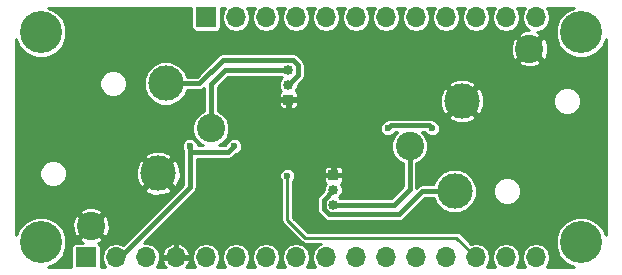
<source format=gbr>
G04 #@! TF.FileFunction,Copper,L1,Top,Signal*
%FSLAX46Y46*%
G04 Gerber Fmt 4.6, Leading zero omitted, Abs format (unit mm)*
G04 Created by KiCad (PCBNEW 4.0.7) date Wed Jun 13 11:36:42 2018*
%MOMM*%
%LPD*%
G01*
G04 APERTURE LIST*
%ADD10C,0.100000*%
%ADD11R,1.700000X1.700000*%
%ADD12O,1.700000X1.700000*%
%ADD13R,0.850000X0.850000*%
%ADD14C,0.850000*%
%ADD15C,3.556000*%
%ADD16C,3.000000*%
%ADD17C,2.400000*%
%ADD18C,0.600000*%
%ADD19C,0.400000*%
%ADD20C,0.250000*%
G04 APERTURE END LIST*
D10*
D11*
X6350000Y1270000D03*
D12*
X8890000Y1270000D03*
X11430000Y1270000D03*
X13970000Y1270000D03*
X16510000Y1270000D03*
X19050000Y1270000D03*
X21590000Y1270000D03*
X24130000Y1270000D03*
X26670000Y1270000D03*
X29210000Y1270000D03*
X31750000Y1270000D03*
X34290000Y1270000D03*
X36830000Y1270000D03*
X39370000Y1270000D03*
X41910000Y1270000D03*
X44450000Y1270000D03*
D11*
X16510000Y21590000D03*
D12*
X19050000Y21590000D03*
X21590000Y21590000D03*
X24130000Y21590000D03*
X26670000Y21590000D03*
X29210000Y21590000D03*
X31750000Y21590000D03*
X34290000Y21590000D03*
X36830000Y21590000D03*
X39370000Y21590000D03*
X41910000Y21590000D03*
X44450000Y21590000D03*
D13*
X23495000Y14625000D03*
D14*
X23495000Y15875000D03*
X23495000Y17125000D03*
D13*
X27305000Y8235000D03*
D14*
X27305000Y6985000D03*
X27305000Y5735000D03*
D15*
X2540000Y20320000D03*
X48260000Y20320000D03*
X2540000Y2540000D03*
X48260000Y2540000D03*
D16*
X38200000Y14490000D03*
X37565000Y6870000D03*
D17*
X33755000Y10680000D03*
X43900000Y18930000D03*
D16*
X12475000Y8370000D03*
X13110000Y15990000D03*
D17*
X16920000Y12180000D03*
X6775000Y3930000D03*
D18*
X36650000Y8930000D03*
X14150000Y13680000D03*
X14650000Y4430000D03*
X35900000Y18930000D03*
X31900000Y12180000D03*
X18900000Y10680000D03*
X15150000Y10680000D03*
X35650000Y12180000D03*
X23400000Y8180000D03*
D19*
X31900000Y12180000D02*
X32150000Y12430000D01*
X32150000Y12430000D02*
X35400000Y12430000D01*
X35400000Y12430000D02*
X35650000Y12180000D01*
X15150000Y10680000D02*
X15150000Y10255736D01*
X15150000Y10255736D02*
X15225736Y10180000D01*
X15225736Y10180000D02*
X18400000Y10180000D01*
X18400000Y10180000D02*
X18900000Y10680000D01*
X8890000Y1270000D02*
X9240000Y1270000D01*
X9240000Y1270000D02*
X15150000Y7180000D01*
X15150000Y7180000D02*
X15150000Y10680000D01*
X16920000Y15950000D02*
X16920000Y12180000D01*
X16920000Y15950000D02*
X18095000Y17125000D01*
X18095000Y17125000D02*
X23495000Y17125000D01*
D20*
X23400000Y4430000D02*
X23400000Y8180000D01*
X24900000Y2930000D02*
X23400000Y4430000D01*
X37710000Y2930000D02*
X24900000Y2930000D01*
X39370000Y1270000D02*
X37710000Y2930000D01*
D19*
X33755000Y10680000D02*
X33755000Y7035000D01*
X33755000Y7035000D02*
X32455000Y5735000D01*
X32455000Y5735000D02*
X27305000Y5735000D01*
X23495000Y15875000D02*
X24320001Y16700001D01*
X24320001Y16700001D02*
X24320001Y17521001D01*
X24320001Y17521001D02*
X23891001Y17950001D01*
X23891001Y17950001D02*
X17920001Y17950001D01*
X17920001Y17950001D02*
X15960000Y15990000D01*
X15960000Y15990000D02*
X13110000Y15990000D01*
X37565000Y6870000D02*
X34840000Y6870000D01*
X34840000Y6870000D02*
X32879999Y4909999D01*
X32879999Y4909999D02*
X26908999Y4909999D01*
X26908999Y4909999D02*
X26479999Y5338999D01*
X26479999Y5338999D02*
X26479999Y6159999D01*
X26479999Y6159999D02*
X27305000Y6985000D01*
D20*
G36*
X15277654Y20740000D02*
X15303802Y20601034D01*
X15385931Y20473401D01*
X15511246Y20387777D01*
X15660000Y20357654D01*
X17360000Y20357654D01*
X17498966Y20383802D01*
X17626599Y20465931D01*
X17712223Y20591246D01*
X17742346Y20740000D01*
X17742346Y22410000D01*
X18136885Y22410000D01*
X17918248Y22082786D01*
X17825000Y21613999D01*
X17825000Y21566001D01*
X17918248Y21097214D01*
X18183794Y20699795D01*
X18581213Y20434249D01*
X19050000Y20341001D01*
X19518787Y20434249D01*
X19916206Y20699795D01*
X20181752Y21097214D01*
X20275000Y21566001D01*
X20275000Y21613999D01*
X20181752Y22082786D01*
X19963115Y22410000D01*
X20676885Y22410000D01*
X20458248Y22082786D01*
X20365000Y21613999D01*
X20365000Y21566001D01*
X20458248Y21097214D01*
X20723794Y20699795D01*
X21121213Y20434249D01*
X21590000Y20341001D01*
X22058787Y20434249D01*
X22456206Y20699795D01*
X22721752Y21097214D01*
X22815000Y21566001D01*
X22815000Y21613999D01*
X22721752Y22082786D01*
X22503115Y22410000D01*
X23216885Y22410000D01*
X22998248Y22082786D01*
X22905000Y21613999D01*
X22905000Y21566001D01*
X22998248Y21097214D01*
X23263794Y20699795D01*
X23661213Y20434249D01*
X24130000Y20341001D01*
X24598787Y20434249D01*
X24996206Y20699795D01*
X25261752Y21097214D01*
X25355000Y21566001D01*
X25355000Y21613999D01*
X25261752Y22082786D01*
X25043115Y22410000D01*
X25756885Y22410000D01*
X25538248Y22082786D01*
X25445000Y21613999D01*
X25445000Y21566001D01*
X25538248Y21097214D01*
X25803794Y20699795D01*
X26201213Y20434249D01*
X26670000Y20341001D01*
X27138787Y20434249D01*
X27536206Y20699795D01*
X27801752Y21097214D01*
X27895000Y21566001D01*
X27895000Y21613999D01*
X27801752Y22082786D01*
X27583115Y22410000D01*
X28296885Y22410000D01*
X28078248Y22082786D01*
X27985000Y21613999D01*
X27985000Y21566001D01*
X28078248Y21097214D01*
X28343794Y20699795D01*
X28741213Y20434249D01*
X29210000Y20341001D01*
X29678787Y20434249D01*
X30076206Y20699795D01*
X30341752Y21097214D01*
X30435000Y21566001D01*
X30435000Y21613999D01*
X30341752Y22082786D01*
X30123115Y22410000D01*
X30836885Y22410000D01*
X30618248Y22082786D01*
X30525000Y21613999D01*
X30525000Y21566001D01*
X30618248Y21097214D01*
X30883794Y20699795D01*
X31281213Y20434249D01*
X31750000Y20341001D01*
X32218787Y20434249D01*
X32616206Y20699795D01*
X32881752Y21097214D01*
X32975000Y21566001D01*
X32975000Y21613999D01*
X32881752Y22082786D01*
X32663115Y22410000D01*
X33376885Y22410000D01*
X33158248Y22082786D01*
X33065000Y21613999D01*
X33065000Y21566001D01*
X33158248Y21097214D01*
X33423794Y20699795D01*
X33821213Y20434249D01*
X34290000Y20341001D01*
X34758787Y20434249D01*
X35156206Y20699795D01*
X35421752Y21097214D01*
X35515000Y21566001D01*
X35515000Y21613999D01*
X35421752Y22082786D01*
X35203115Y22410000D01*
X35916885Y22410000D01*
X35698248Y22082786D01*
X35605000Y21613999D01*
X35605000Y21566001D01*
X35698248Y21097214D01*
X35963794Y20699795D01*
X36361213Y20434249D01*
X36830000Y20341001D01*
X37298787Y20434249D01*
X37696206Y20699795D01*
X37961752Y21097214D01*
X38055000Y21566001D01*
X38055000Y21613999D01*
X37961752Y22082786D01*
X37743115Y22410000D01*
X38456885Y22410000D01*
X38238248Y22082786D01*
X38145000Y21613999D01*
X38145000Y21566001D01*
X38238248Y21097214D01*
X38503794Y20699795D01*
X38901213Y20434249D01*
X39370000Y20341001D01*
X39838787Y20434249D01*
X40236206Y20699795D01*
X40501752Y21097214D01*
X40595000Y21566001D01*
X40595000Y21613999D01*
X40501752Y22082786D01*
X40283115Y22410000D01*
X40996885Y22410000D01*
X40778248Y22082786D01*
X40685000Y21613999D01*
X40685000Y21566001D01*
X40778248Y21097214D01*
X41043794Y20699795D01*
X41441213Y20434249D01*
X41910000Y20341001D01*
X42378787Y20434249D01*
X42776206Y20699795D01*
X43041752Y21097214D01*
X43135000Y21566001D01*
X43135000Y21613999D01*
X43041752Y22082786D01*
X42823115Y22410000D01*
X43536885Y22410000D01*
X43318248Y22082786D01*
X43225000Y21613999D01*
X43225000Y21566001D01*
X43318248Y21097214D01*
X43583794Y20699795D01*
X43875010Y20505211D01*
X43526090Y20491720D01*
X43060092Y20298696D01*
X42922827Y20083949D01*
X43900000Y19106777D01*
X44877173Y20083949D01*
X44739908Y20298696D01*
X44564068Y20363691D01*
X44918787Y20434249D01*
X45316206Y20699795D01*
X45581752Y21097214D01*
X45675000Y21566001D01*
X45675000Y21613999D01*
X45581752Y22082786D01*
X45363115Y22410000D01*
X47680247Y22410000D01*
X47042017Y22146289D01*
X46435840Y21541169D01*
X46107374Y20750137D01*
X46106627Y19893621D01*
X46433711Y19102017D01*
X47038831Y18495840D01*
X47829863Y18167374D01*
X48686379Y18166627D01*
X49477983Y18493711D01*
X50084160Y19098831D01*
X50350000Y19739043D01*
X50350000Y3119753D01*
X50086289Y3757983D01*
X49481169Y4364160D01*
X48690137Y4692626D01*
X47833621Y4693373D01*
X47042017Y4366289D01*
X46435840Y3761169D01*
X46107374Y2970137D01*
X46106627Y2113621D01*
X46433711Y1322017D01*
X47038831Y715840D01*
X47679043Y450000D01*
X45363115Y450000D01*
X45581752Y777214D01*
X45675000Y1246001D01*
X45675000Y1293999D01*
X45581752Y1762786D01*
X45316206Y2160205D01*
X44918787Y2425751D01*
X44450000Y2518999D01*
X43981213Y2425751D01*
X43583794Y2160205D01*
X43318248Y1762786D01*
X43225000Y1293999D01*
X43225000Y1246001D01*
X43318248Y777214D01*
X43536885Y450000D01*
X42823115Y450000D01*
X43041752Y777214D01*
X43135000Y1246001D01*
X43135000Y1293999D01*
X43041752Y1762786D01*
X42776206Y2160205D01*
X42378787Y2425751D01*
X41910000Y2518999D01*
X41441213Y2425751D01*
X41043794Y2160205D01*
X40778248Y1762786D01*
X40685000Y1293999D01*
X40685000Y1246001D01*
X40778248Y777214D01*
X40996885Y450000D01*
X40283115Y450000D01*
X40501752Y777214D01*
X40595000Y1246001D01*
X40595000Y1293999D01*
X40501752Y1762786D01*
X40236206Y2160205D01*
X39838787Y2425751D01*
X39370000Y2518999D01*
X38918014Y2429093D01*
X38063553Y3283553D01*
X37901342Y3391940D01*
X37710000Y3430000D01*
X25107107Y3430000D01*
X23900000Y4637106D01*
X23900000Y6159999D01*
X25904999Y6159999D01*
X25904999Y5338999D01*
X25931898Y5203769D01*
X25948768Y5118956D01*
X26073413Y4932413D01*
X26502413Y4503412D01*
X26688956Y4378768D01*
X26908999Y4334999D01*
X32879999Y4334999D01*
X33100042Y4378768D01*
X33286585Y4503413D01*
X35078172Y6295000D01*
X35773833Y6295000D01*
X35974526Y5809286D01*
X36501511Y5281380D01*
X37190403Y4995327D01*
X37936324Y4994676D01*
X38625714Y5279526D01*
X39153620Y5806511D01*
X39439673Y6495403D01*
X39439796Y6637303D01*
X40834796Y6637303D01*
X41013302Y6205285D01*
X41343547Y5874464D01*
X41775253Y5695204D01*
X42242697Y5694796D01*
X42674715Y5873302D01*
X43005536Y6203547D01*
X43184796Y6635253D01*
X43185204Y7102697D01*
X43006698Y7534715D01*
X42676453Y7865536D01*
X42244747Y8044796D01*
X41777303Y8045204D01*
X41345285Y7866698D01*
X41014464Y7536453D01*
X40835204Y7104747D01*
X40834796Y6637303D01*
X39439796Y6637303D01*
X39440324Y7241324D01*
X39155474Y7930714D01*
X38628489Y8458620D01*
X37939597Y8744673D01*
X37193676Y8745324D01*
X36504286Y8460474D01*
X35976380Y7933489D01*
X35773542Y7445000D01*
X34840000Y7445000D01*
X34619957Y7401231D01*
X34433414Y7276586D01*
X34330000Y7173172D01*
X34330000Y9213433D01*
X34646000Y9344001D01*
X35089441Y9786669D01*
X35329726Y10365339D01*
X35330273Y10991912D01*
X35090999Y11571000D01*
X34807494Y11855000D01*
X35053936Y11855000D01*
X35077429Y11798143D01*
X35267144Y11608097D01*
X35515145Y11505117D01*
X35783677Y11504883D01*
X36031857Y11607429D01*
X36221903Y11797144D01*
X36324883Y12045145D01*
X36325117Y12313677D01*
X36222571Y12561857D01*
X36032856Y12751903D01*
X35784855Y12854883D01*
X35779195Y12854888D01*
X35620043Y12961231D01*
X35400000Y13005000D01*
X32150000Y13005000D01*
X31929957Y12961231D01*
X31771140Y12855113D01*
X31766323Y12855117D01*
X31518143Y12752571D01*
X31328097Y12562856D01*
X31225117Y12314855D01*
X31224883Y12046323D01*
X31327429Y11798143D01*
X31517144Y11608097D01*
X31765145Y11505117D01*
X32033677Y11504883D01*
X32281857Y11607429D01*
X32471903Y11797144D01*
X32495927Y11855000D01*
X32702720Y11855000D01*
X32420559Y11573331D01*
X32180274Y10994661D01*
X32179727Y10368088D01*
X32419001Y9789000D01*
X32861669Y9345559D01*
X33180000Y9213376D01*
X33180000Y7273173D01*
X32216828Y6310000D01*
X27861388Y6310000D01*
X27811372Y6360103D01*
X27982812Y6531245D01*
X28104861Y6825172D01*
X28105139Y7143432D01*
X27983603Y7437572D01*
X27933053Y7488210D01*
X27942421Y7492090D01*
X28047910Y7597580D01*
X28105000Y7735408D01*
X28105000Y8016250D01*
X28011250Y8110000D01*
X27430000Y8110000D01*
X27430000Y8090000D01*
X27180000Y8090000D01*
X27180000Y8110000D01*
X26598750Y8110000D01*
X26505000Y8016250D01*
X26505000Y7735408D01*
X26562090Y7597580D01*
X26667579Y7492090D01*
X26676793Y7488274D01*
X26627188Y7438755D01*
X26505139Y7144828D01*
X26505011Y6998183D01*
X26073413Y6566585D01*
X25948768Y6380042D01*
X25904999Y6159999D01*
X23900000Y6159999D01*
X23900000Y7725366D01*
X23971903Y7797144D01*
X24074883Y8045145D01*
X24075117Y8313677D01*
X23972571Y8561857D01*
X23800137Y8734592D01*
X26505000Y8734592D01*
X26505000Y8453750D01*
X26598750Y8360000D01*
X27180000Y8360000D01*
X27180000Y8941250D01*
X27430000Y8941250D01*
X27430000Y8360000D01*
X28011250Y8360000D01*
X28105000Y8453750D01*
X28105000Y8734592D01*
X28047910Y8872420D01*
X27942421Y8977910D01*
X27804592Y9035000D01*
X27523750Y9035000D01*
X27430000Y8941250D01*
X27180000Y8941250D01*
X27086250Y9035000D01*
X26805408Y9035000D01*
X26667579Y8977910D01*
X26562090Y8872420D01*
X26505000Y8734592D01*
X23800137Y8734592D01*
X23782856Y8751903D01*
X23534855Y8854883D01*
X23266323Y8855117D01*
X23018143Y8752571D01*
X22828097Y8562856D01*
X22725117Y8314855D01*
X22724883Y8046323D01*
X22827429Y7798143D01*
X22900000Y7725445D01*
X22900000Y4430000D01*
X22918897Y4335000D01*
X22938060Y4238658D01*
X23046447Y4076447D01*
X24546446Y2576447D01*
X24600993Y2540000D01*
X24708658Y2468060D01*
X24900000Y2430000D01*
X26222574Y2430000D01*
X26201213Y2425751D01*
X25803794Y2160205D01*
X25538248Y1762786D01*
X25445000Y1293999D01*
X25445000Y1246001D01*
X25538248Y777214D01*
X25756885Y450000D01*
X25043115Y450000D01*
X25261752Y777214D01*
X25355000Y1246001D01*
X25355000Y1293999D01*
X25261752Y1762786D01*
X24996206Y2160205D01*
X24598787Y2425751D01*
X24130000Y2518999D01*
X23661213Y2425751D01*
X23263794Y2160205D01*
X22998248Y1762786D01*
X22905000Y1293999D01*
X22905000Y1246001D01*
X22998248Y777214D01*
X23216885Y450000D01*
X22503115Y450000D01*
X22721752Y777214D01*
X22815000Y1246001D01*
X22815000Y1293999D01*
X22721752Y1762786D01*
X22456206Y2160205D01*
X22058787Y2425751D01*
X21590000Y2518999D01*
X21121213Y2425751D01*
X20723794Y2160205D01*
X20458248Y1762786D01*
X20365000Y1293999D01*
X20365000Y1246001D01*
X20458248Y777214D01*
X20676885Y450000D01*
X19963115Y450000D01*
X20181752Y777214D01*
X20275000Y1246001D01*
X20275000Y1293999D01*
X20181752Y1762786D01*
X19916206Y2160205D01*
X19518787Y2425751D01*
X19050000Y2518999D01*
X18581213Y2425751D01*
X18183794Y2160205D01*
X17918248Y1762786D01*
X17825000Y1293999D01*
X17825000Y1246001D01*
X17918248Y777214D01*
X18136885Y450000D01*
X17423115Y450000D01*
X17641752Y777214D01*
X17735000Y1246001D01*
X17735000Y1293999D01*
X17641752Y1762786D01*
X17376206Y2160205D01*
X16978787Y2425751D01*
X16510000Y2518999D01*
X16041213Y2425751D01*
X15643794Y2160205D01*
X15378248Y1762786D01*
X15285000Y1293999D01*
X15285000Y1246001D01*
X15378248Y777214D01*
X15596885Y450000D01*
X14856716Y450000D01*
X14943729Y526694D01*
X15154059Y955905D01*
X15094867Y1145000D01*
X14095000Y1145000D01*
X14095000Y1125000D01*
X13845000Y1125000D01*
X13845000Y1145000D01*
X12845133Y1145000D01*
X12785941Y955905D01*
X12996271Y526694D01*
X13083284Y450000D01*
X12343115Y450000D01*
X12561752Y777214D01*
X12655000Y1246001D01*
X12655000Y1293999D01*
X12597297Y1584095D01*
X12785941Y1584095D01*
X12845133Y1395000D01*
X13845000Y1395000D01*
X13845000Y2394323D01*
X14095000Y2394323D01*
X14095000Y1395000D01*
X15094867Y1395000D01*
X15154059Y1584095D01*
X14943729Y2013306D01*
X14585157Y2329355D01*
X14284093Y2454049D01*
X14095000Y2394323D01*
X13845000Y2394323D01*
X13655907Y2454049D01*
X13354843Y2329355D01*
X12996271Y2013306D01*
X12785941Y1584095D01*
X12597297Y1584095D01*
X12561752Y1762786D01*
X12296206Y2160205D01*
X11898787Y2425751D01*
X11430000Y2518999D01*
X11270431Y2487259D01*
X15556586Y6773413D01*
X15681231Y6959957D01*
X15696158Y7035000D01*
X15725000Y7180000D01*
X15725000Y9605000D01*
X18400000Y9605000D01*
X18620043Y9648769D01*
X18806586Y9773414D01*
X19041139Y10007966D01*
X19281857Y10107429D01*
X19471903Y10297144D01*
X19574883Y10545145D01*
X19575117Y10813677D01*
X19472571Y11061857D01*
X19282856Y11251903D01*
X19034855Y11354883D01*
X18766323Y11355117D01*
X18518143Y11252571D01*
X18328097Y11062856D01*
X18227556Y10820728D01*
X18161828Y10755000D01*
X17595601Y10755000D01*
X17811000Y10844001D01*
X18254441Y11286669D01*
X18494726Y11865339D01*
X18495273Y12491912D01*
X18255999Y13071000D01*
X18207937Y13119146D01*
X37005922Y13119146D01*
X37179844Y12873212D01*
X37876217Y12605886D01*
X38621882Y12625400D01*
X39220156Y12873212D01*
X39394078Y13119146D01*
X38200000Y14313223D01*
X37005922Y13119146D01*
X18207937Y13119146D01*
X17813331Y13514441D01*
X17495000Y13646624D01*
X17495000Y14406250D01*
X22695000Y14406250D01*
X22695000Y14125408D01*
X22752090Y13987580D01*
X22857579Y13882090D01*
X22995408Y13825000D01*
X23276250Y13825000D01*
X23370000Y13918750D01*
X23370000Y14500000D01*
X23620000Y14500000D01*
X23620000Y13918750D01*
X23713750Y13825000D01*
X23994592Y13825000D01*
X24132421Y13882090D01*
X24237910Y13987580D01*
X24295000Y14125408D01*
X24295000Y14406250D01*
X24201250Y14500000D01*
X23620000Y14500000D01*
X23370000Y14500000D01*
X22788750Y14500000D01*
X22695000Y14406250D01*
X17495000Y14406250D01*
X17495000Y15711828D01*
X18333172Y16550000D01*
X22938612Y16550000D01*
X22988628Y16499897D01*
X22817188Y16328755D01*
X22695139Y16034828D01*
X22694861Y15716568D01*
X22816397Y15422428D01*
X22866947Y15371790D01*
X22857579Y15367910D01*
X22752090Y15262420D01*
X22695000Y15124592D01*
X22695000Y14843750D01*
X22788750Y14750000D01*
X23370000Y14750000D01*
X23370000Y14770000D01*
X23620000Y14770000D01*
X23620000Y14750000D01*
X24201250Y14750000D01*
X24265033Y14813783D01*
X36315886Y14813783D01*
X36335400Y14068118D01*
X36583212Y13469844D01*
X36829146Y13295922D01*
X38023223Y14490000D01*
X38376777Y14490000D01*
X39570854Y13295922D01*
X39816788Y13469844D01*
X40084114Y14166217D01*
X40081731Y14257303D01*
X45914796Y14257303D01*
X46093302Y13825285D01*
X46423547Y13494464D01*
X46855253Y13315204D01*
X47322697Y13314796D01*
X47754715Y13493302D01*
X48085536Y13823547D01*
X48264796Y14255253D01*
X48265204Y14722697D01*
X48086698Y15154715D01*
X47756453Y15485536D01*
X47324747Y15664796D01*
X46857303Y15665204D01*
X46425285Y15486698D01*
X46094464Y15156453D01*
X45915204Y14724747D01*
X45914796Y14257303D01*
X40081731Y14257303D01*
X40064600Y14911882D01*
X39816788Y15510156D01*
X39570854Y15684078D01*
X38376777Y14490000D01*
X38023223Y14490000D01*
X36829146Y15684078D01*
X36583212Y15510156D01*
X36315886Y14813783D01*
X24265033Y14813783D01*
X24295000Y14843750D01*
X24295000Y15124592D01*
X24237910Y15262420D01*
X24132421Y15367910D01*
X24123207Y15371726D01*
X24172812Y15421245D01*
X24294861Y15715172D01*
X24294988Y15860854D01*
X37005922Y15860854D01*
X38200000Y14666777D01*
X39394078Y15860854D01*
X39220156Y16106788D01*
X38523783Y16374114D01*
X37778118Y16354600D01*
X37179844Y16106788D01*
X37005922Y15860854D01*
X24294988Y15860854D01*
X24294989Y15861817D01*
X24726588Y16293415D01*
X24851232Y16479958D01*
X24895001Y16700001D01*
X24895001Y17521001D01*
X24851232Y17741044D01*
X24827841Y17776051D01*
X42922827Y17776051D01*
X43060092Y17561304D01*
X43647804Y17344071D01*
X44273910Y17368280D01*
X44739908Y17561304D01*
X44877173Y17776051D01*
X43900000Y18753223D01*
X42922827Y17776051D01*
X24827841Y17776051D01*
X24809431Y17803603D01*
X24726588Y17927587D01*
X24297587Y18356587D01*
X24111044Y18481232D01*
X23891001Y18525001D01*
X17920001Y18525001D01*
X17699958Y18481232D01*
X17513415Y18356587D01*
X15721828Y16565000D01*
X14901167Y16565000D01*
X14700474Y17050714D01*
X14173489Y17578620D01*
X13484597Y17864673D01*
X12738676Y17865324D01*
X12049286Y17580474D01*
X11521380Y17053489D01*
X11235327Y16364597D01*
X11234676Y15618676D01*
X11519526Y14929286D01*
X12046511Y14401380D01*
X12735403Y14115327D01*
X13481324Y14114676D01*
X14170714Y14399526D01*
X14698620Y14926511D01*
X14901458Y15415000D01*
X15960000Y15415000D01*
X16180043Y15458769D01*
X16345000Y15568991D01*
X16345000Y13646567D01*
X16029000Y13515999D01*
X15585559Y13073331D01*
X15345274Y12494661D01*
X15344727Y11868088D01*
X15584001Y11289000D01*
X16026669Y10845559D01*
X16244759Y10755000D01*
X15825066Y10755000D01*
X15825117Y10813677D01*
X15722571Y11061857D01*
X15532856Y11251903D01*
X15284855Y11354883D01*
X15016323Y11355117D01*
X14768143Y11252571D01*
X14578097Y11062856D01*
X14475117Y10814855D01*
X14474883Y10546323D01*
X14575000Y10304022D01*
X14575000Y7418173D01*
X9492941Y2336113D01*
X9358787Y2425751D01*
X8890000Y2518999D01*
X8421213Y2425751D01*
X8023794Y2160205D01*
X7758248Y1762786D01*
X7665000Y1293999D01*
X7665000Y1246001D01*
X7758248Y777214D01*
X7976885Y450000D01*
X7582346Y450000D01*
X7582346Y2120000D01*
X7556198Y2258966D01*
X7474069Y2386599D01*
X7368038Y2459047D01*
X7614908Y2561304D01*
X7752173Y2776051D01*
X6775000Y3753223D01*
X5797827Y2776051D01*
X5935092Y2561304D01*
X6094600Y2502346D01*
X5500000Y2502346D01*
X5361034Y2476198D01*
X5233401Y2394069D01*
X5147777Y2268754D01*
X5117654Y2120000D01*
X5117654Y450000D01*
X3119753Y450000D01*
X3757983Y713711D01*
X4364160Y1318831D01*
X4692626Y2109863D01*
X4693373Y2966379D01*
X4366289Y3757983D01*
X3942816Y4182196D01*
X5189071Y4182196D01*
X5213280Y3556090D01*
X5406304Y3090092D01*
X5621051Y2952827D01*
X6598223Y3930000D01*
X6951777Y3930000D01*
X7928949Y2952827D01*
X8143696Y3090092D01*
X8360929Y3677804D01*
X8336720Y4303910D01*
X8143696Y4769908D01*
X7928949Y4907173D01*
X6951777Y3930000D01*
X6598223Y3930000D01*
X5621051Y4907173D01*
X5406304Y4769908D01*
X5189071Y4182196D01*
X3942816Y4182196D01*
X3761169Y4364160D01*
X2970137Y4692626D01*
X2113621Y4693373D01*
X1322017Y4366289D01*
X715840Y3761169D01*
X450000Y3120957D01*
X450000Y5083949D01*
X5797827Y5083949D01*
X6775000Y4106777D01*
X7752173Y5083949D01*
X7614908Y5298696D01*
X7027196Y5515929D01*
X6401090Y5491720D01*
X5935092Y5298696D01*
X5797827Y5083949D01*
X450000Y5083949D01*
X450000Y6999146D01*
X11280922Y6999146D01*
X11454844Y6753212D01*
X12151217Y6485886D01*
X12896882Y6505400D01*
X13495156Y6753212D01*
X13669078Y6999146D01*
X12475000Y8193223D01*
X11280922Y6999146D01*
X450000Y6999146D01*
X450000Y8137303D01*
X2409796Y8137303D01*
X2588302Y7705285D01*
X2918547Y7374464D01*
X3350253Y7195204D01*
X3817697Y7194796D01*
X4249715Y7373302D01*
X4580536Y7703547D01*
X4759796Y8135253D01*
X4760204Y8602697D01*
X4722569Y8693783D01*
X10590886Y8693783D01*
X10610400Y7948118D01*
X10858212Y7349844D01*
X11104146Y7175922D01*
X12298223Y8370000D01*
X12651777Y8370000D01*
X13845854Y7175922D01*
X14091788Y7349844D01*
X14359114Y8046217D01*
X14339600Y8791882D01*
X14091788Y9390156D01*
X13845854Y9564078D01*
X12651777Y8370000D01*
X12298223Y8370000D01*
X11104146Y9564078D01*
X10858212Y9390156D01*
X10590886Y8693783D01*
X4722569Y8693783D01*
X4581698Y9034715D01*
X4251453Y9365536D01*
X3819747Y9544796D01*
X3352303Y9545204D01*
X2920285Y9366698D01*
X2589464Y9036453D01*
X2410204Y8604747D01*
X2409796Y8137303D01*
X450000Y8137303D01*
X450000Y9740854D01*
X11280922Y9740854D01*
X12475000Y8546777D01*
X13669078Y9740854D01*
X13495156Y9986788D01*
X12798783Y10254114D01*
X12053118Y10234600D01*
X11454844Y9986788D01*
X11280922Y9740854D01*
X450000Y9740854D01*
X450000Y15757303D01*
X7489796Y15757303D01*
X7668302Y15325285D01*
X7998547Y14994464D01*
X8430253Y14815204D01*
X8897697Y14814796D01*
X9329715Y14993302D01*
X9660536Y15323547D01*
X9839796Y15755253D01*
X9840204Y16222697D01*
X9661698Y16654715D01*
X9331453Y16985536D01*
X8899747Y17164796D01*
X8432303Y17165204D01*
X8000285Y16986698D01*
X7669464Y16656453D01*
X7490204Y16224747D01*
X7489796Y15757303D01*
X450000Y15757303D01*
X450000Y19740247D01*
X713711Y19102017D01*
X1318831Y18495840D01*
X2109863Y18167374D01*
X2966379Y18166627D01*
X3757983Y18493711D01*
X4364160Y19098831D01*
X4398776Y19182196D01*
X42314071Y19182196D01*
X42338280Y18556090D01*
X42531304Y18090092D01*
X42746051Y17952827D01*
X43723223Y18930000D01*
X44076777Y18930000D01*
X45053949Y17952827D01*
X45268696Y18090092D01*
X45485929Y18677804D01*
X45461720Y19303910D01*
X45268696Y19769908D01*
X45053949Y19907173D01*
X44076777Y18930000D01*
X43723223Y18930000D01*
X42746051Y19907173D01*
X42531304Y19769908D01*
X42314071Y19182196D01*
X4398776Y19182196D01*
X4692626Y19889863D01*
X4693373Y20746379D01*
X4366289Y21537983D01*
X3761169Y22144160D01*
X3120957Y22410000D01*
X15277654Y22410000D01*
X15277654Y20740000D01*
X15277654Y20740000D01*
G37*
X15277654Y20740000D02*
X15303802Y20601034D01*
X15385931Y20473401D01*
X15511246Y20387777D01*
X15660000Y20357654D01*
X17360000Y20357654D01*
X17498966Y20383802D01*
X17626599Y20465931D01*
X17712223Y20591246D01*
X17742346Y20740000D01*
X17742346Y22410000D01*
X18136885Y22410000D01*
X17918248Y22082786D01*
X17825000Y21613999D01*
X17825000Y21566001D01*
X17918248Y21097214D01*
X18183794Y20699795D01*
X18581213Y20434249D01*
X19050000Y20341001D01*
X19518787Y20434249D01*
X19916206Y20699795D01*
X20181752Y21097214D01*
X20275000Y21566001D01*
X20275000Y21613999D01*
X20181752Y22082786D01*
X19963115Y22410000D01*
X20676885Y22410000D01*
X20458248Y22082786D01*
X20365000Y21613999D01*
X20365000Y21566001D01*
X20458248Y21097214D01*
X20723794Y20699795D01*
X21121213Y20434249D01*
X21590000Y20341001D01*
X22058787Y20434249D01*
X22456206Y20699795D01*
X22721752Y21097214D01*
X22815000Y21566001D01*
X22815000Y21613999D01*
X22721752Y22082786D01*
X22503115Y22410000D01*
X23216885Y22410000D01*
X22998248Y22082786D01*
X22905000Y21613999D01*
X22905000Y21566001D01*
X22998248Y21097214D01*
X23263794Y20699795D01*
X23661213Y20434249D01*
X24130000Y20341001D01*
X24598787Y20434249D01*
X24996206Y20699795D01*
X25261752Y21097214D01*
X25355000Y21566001D01*
X25355000Y21613999D01*
X25261752Y22082786D01*
X25043115Y22410000D01*
X25756885Y22410000D01*
X25538248Y22082786D01*
X25445000Y21613999D01*
X25445000Y21566001D01*
X25538248Y21097214D01*
X25803794Y20699795D01*
X26201213Y20434249D01*
X26670000Y20341001D01*
X27138787Y20434249D01*
X27536206Y20699795D01*
X27801752Y21097214D01*
X27895000Y21566001D01*
X27895000Y21613999D01*
X27801752Y22082786D01*
X27583115Y22410000D01*
X28296885Y22410000D01*
X28078248Y22082786D01*
X27985000Y21613999D01*
X27985000Y21566001D01*
X28078248Y21097214D01*
X28343794Y20699795D01*
X28741213Y20434249D01*
X29210000Y20341001D01*
X29678787Y20434249D01*
X30076206Y20699795D01*
X30341752Y21097214D01*
X30435000Y21566001D01*
X30435000Y21613999D01*
X30341752Y22082786D01*
X30123115Y22410000D01*
X30836885Y22410000D01*
X30618248Y22082786D01*
X30525000Y21613999D01*
X30525000Y21566001D01*
X30618248Y21097214D01*
X30883794Y20699795D01*
X31281213Y20434249D01*
X31750000Y20341001D01*
X32218787Y20434249D01*
X32616206Y20699795D01*
X32881752Y21097214D01*
X32975000Y21566001D01*
X32975000Y21613999D01*
X32881752Y22082786D01*
X32663115Y22410000D01*
X33376885Y22410000D01*
X33158248Y22082786D01*
X33065000Y21613999D01*
X33065000Y21566001D01*
X33158248Y21097214D01*
X33423794Y20699795D01*
X33821213Y20434249D01*
X34290000Y20341001D01*
X34758787Y20434249D01*
X35156206Y20699795D01*
X35421752Y21097214D01*
X35515000Y21566001D01*
X35515000Y21613999D01*
X35421752Y22082786D01*
X35203115Y22410000D01*
X35916885Y22410000D01*
X35698248Y22082786D01*
X35605000Y21613999D01*
X35605000Y21566001D01*
X35698248Y21097214D01*
X35963794Y20699795D01*
X36361213Y20434249D01*
X36830000Y20341001D01*
X37298787Y20434249D01*
X37696206Y20699795D01*
X37961752Y21097214D01*
X38055000Y21566001D01*
X38055000Y21613999D01*
X37961752Y22082786D01*
X37743115Y22410000D01*
X38456885Y22410000D01*
X38238248Y22082786D01*
X38145000Y21613999D01*
X38145000Y21566001D01*
X38238248Y21097214D01*
X38503794Y20699795D01*
X38901213Y20434249D01*
X39370000Y20341001D01*
X39838787Y20434249D01*
X40236206Y20699795D01*
X40501752Y21097214D01*
X40595000Y21566001D01*
X40595000Y21613999D01*
X40501752Y22082786D01*
X40283115Y22410000D01*
X40996885Y22410000D01*
X40778248Y22082786D01*
X40685000Y21613999D01*
X40685000Y21566001D01*
X40778248Y21097214D01*
X41043794Y20699795D01*
X41441213Y20434249D01*
X41910000Y20341001D01*
X42378787Y20434249D01*
X42776206Y20699795D01*
X43041752Y21097214D01*
X43135000Y21566001D01*
X43135000Y21613999D01*
X43041752Y22082786D01*
X42823115Y22410000D01*
X43536885Y22410000D01*
X43318248Y22082786D01*
X43225000Y21613999D01*
X43225000Y21566001D01*
X43318248Y21097214D01*
X43583794Y20699795D01*
X43875010Y20505211D01*
X43526090Y20491720D01*
X43060092Y20298696D01*
X42922827Y20083949D01*
X43900000Y19106777D01*
X44877173Y20083949D01*
X44739908Y20298696D01*
X44564068Y20363691D01*
X44918787Y20434249D01*
X45316206Y20699795D01*
X45581752Y21097214D01*
X45675000Y21566001D01*
X45675000Y21613999D01*
X45581752Y22082786D01*
X45363115Y22410000D01*
X47680247Y22410000D01*
X47042017Y22146289D01*
X46435840Y21541169D01*
X46107374Y20750137D01*
X46106627Y19893621D01*
X46433711Y19102017D01*
X47038831Y18495840D01*
X47829863Y18167374D01*
X48686379Y18166627D01*
X49477983Y18493711D01*
X50084160Y19098831D01*
X50350000Y19739043D01*
X50350000Y3119753D01*
X50086289Y3757983D01*
X49481169Y4364160D01*
X48690137Y4692626D01*
X47833621Y4693373D01*
X47042017Y4366289D01*
X46435840Y3761169D01*
X46107374Y2970137D01*
X46106627Y2113621D01*
X46433711Y1322017D01*
X47038831Y715840D01*
X47679043Y450000D01*
X45363115Y450000D01*
X45581752Y777214D01*
X45675000Y1246001D01*
X45675000Y1293999D01*
X45581752Y1762786D01*
X45316206Y2160205D01*
X44918787Y2425751D01*
X44450000Y2518999D01*
X43981213Y2425751D01*
X43583794Y2160205D01*
X43318248Y1762786D01*
X43225000Y1293999D01*
X43225000Y1246001D01*
X43318248Y777214D01*
X43536885Y450000D01*
X42823115Y450000D01*
X43041752Y777214D01*
X43135000Y1246001D01*
X43135000Y1293999D01*
X43041752Y1762786D01*
X42776206Y2160205D01*
X42378787Y2425751D01*
X41910000Y2518999D01*
X41441213Y2425751D01*
X41043794Y2160205D01*
X40778248Y1762786D01*
X40685000Y1293999D01*
X40685000Y1246001D01*
X40778248Y777214D01*
X40996885Y450000D01*
X40283115Y450000D01*
X40501752Y777214D01*
X40595000Y1246001D01*
X40595000Y1293999D01*
X40501752Y1762786D01*
X40236206Y2160205D01*
X39838787Y2425751D01*
X39370000Y2518999D01*
X38918014Y2429093D01*
X38063553Y3283553D01*
X37901342Y3391940D01*
X37710000Y3430000D01*
X25107107Y3430000D01*
X23900000Y4637106D01*
X23900000Y6159999D01*
X25904999Y6159999D01*
X25904999Y5338999D01*
X25931898Y5203769D01*
X25948768Y5118956D01*
X26073413Y4932413D01*
X26502413Y4503412D01*
X26688956Y4378768D01*
X26908999Y4334999D01*
X32879999Y4334999D01*
X33100042Y4378768D01*
X33286585Y4503413D01*
X35078172Y6295000D01*
X35773833Y6295000D01*
X35974526Y5809286D01*
X36501511Y5281380D01*
X37190403Y4995327D01*
X37936324Y4994676D01*
X38625714Y5279526D01*
X39153620Y5806511D01*
X39439673Y6495403D01*
X39439796Y6637303D01*
X40834796Y6637303D01*
X41013302Y6205285D01*
X41343547Y5874464D01*
X41775253Y5695204D01*
X42242697Y5694796D01*
X42674715Y5873302D01*
X43005536Y6203547D01*
X43184796Y6635253D01*
X43185204Y7102697D01*
X43006698Y7534715D01*
X42676453Y7865536D01*
X42244747Y8044796D01*
X41777303Y8045204D01*
X41345285Y7866698D01*
X41014464Y7536453D01*
X40835204Y7104747D01*
X40834796Y6637303D01*
X39439796Y6637303D01*
X39440324Y7241324D01*
X39155474Y7930714D01*
X38628489Y8458620D01*
X37939597Y8744673D01*
X37193676Y8745324D01*
X36504286Y8460474D01*
X35976380Y7933489D01*
X35773542Y7445000D01*
X34840000Y7445000D01*
X34619957Y7401231D01*
X34433414Y7276586D01*
X34330000Y7173172D01*
X34330000Y9213433D01*
X34646000Y9344001D01*
X35089441Y9786669D01*
X35329726Y10365339D01*
X35330273Y10991912D01*
X35090999Y11571000D01*
X34807494Y11855000D01*
X35053936Y11855000D01*
X35077429Y11798143D01*
X35267144Y11608097D01*
X35515145Y11505117D01*
X35783677Y11504883D01*
X36031857Y11607429D01*
X36221903Y11797144D01*
X36324883Y12045145D01*
X36325117Y12313677D01*
X36222571Y12561857D01*
X36032856Y12751903D01*
X35784855Y12854883D01*
X35779195Y12854888D01*
X35620043Y12961231D01*
X35400000Y13005000D01*
X32150000Y13005000D01*
X31929957Y12961231D01*
X31771140Y12855113D01*
X31766323Y12855117D01*
X31518143Y12752571D01*
X31328097Y12562856D01*
X31225117Y12314855D01*
X31224883Y12046323D01*
X31327429Y11798143D01*
X31517144Y11608097D01*
X31765145Y11505117D01*
X32033677Y11504883D01*
X32281857Y11607429D01*
X32471903Y11797144D01*
X32495927Y11855000D01*
X32702720Y11855000D01*
X32420559Y11573331D01*
X32180274Y10994661D01*
X32179727Y10368088D01*
X32419001Y9789000D01*
X32861669Y9345559D01*
X33180000Y9213376D01*
X33180000Y7273173D01*
X32216828Y6310000D01*
X27861388Y6310000D01*
X27811372Y6360103D01*
X27982812Y6531245D01*
X28104861Y6825172D01*
X28105139Y7143432D01*
X27983603Y7437572D01*
X27933053Y7488210D01*
X27942421Y7492090D01*
X28047910Y7597580D01*
X28105000Y7735408D01*
X28105000Y8016250D01*
X28011250Y8110000D01*
X27430000Y8110000D01*
X27430000Y8090000D01*
X27180000Y8090000D01*
X27180000Y8110000D01*
X26598750Y8110000D01*
X26505000Y8016250D01*
X26505000Y7735408D01*
X26562090Y7597580D01*
X26667579Y7492090D01*
X26676793Y7488274D01*
X26627188Y7438755D01*
X26505139Y7144828D01*
X26505011Y6998183D01*
X26073413Y6566585D01*
X25948768Y6380042D01*
X25904999Y6159999D01*
X23900000Y6159999D01*
X23900000Y7725366D01*
X23971903Y7797144D01*
X24074883Y8045145D01*
X24075117Y8313677D01*
X23972571Y8561857D01*
X23800137Y8734592D01*
X26505000Y8734592D01*
X26505000Y8453750D01*
X26598750Y8360000D01*
X27180000Y8360000D01*
X27180000Y8941250D01*
X27430000Y8941250D01*
X27430000Y8360000D01*
X28011250Y8360000D01*
X28105000Y8453750D01*
X28105000Y8734592D01*
X28047910Y8872420D01*
X27942421Y8977910D01*
X27804592Y9035000D01*
X27523750Y9035000D01*
X27430000Y8941250D01*
X27180000Y8941250D01*
X27086250Y9035000D01*
X26805408Y9035000D01*
X26667579Y8977910D01*
X26562090Y8872420D01*
X26505000Y8734592D01*
X23800137Y8734592D01*
X23782856Y8751903D01*
X23534855Y8854883D01*
X23266323Y8855117D01*
X23018143Y8752571D01*
X22828097Y8562856D01*
X22725117Y8314855D01*
X22724883Y8046323D01*
X22827429Y7798143D01*
X22900000Y7725445D01*
X22900000Y4430000D01*
X22918897Y4335000D01*
X22938060Y4238658D01*
X23046447Y4076447D01*
X24546446Y2576447D01*
X24600993Y2540000D01*
X24708658Y2468060D01*
X24900000Y2430000D01*
X26222574Y2430000D01*
X26201213Y2425751D01*
X25803794Y2160205D01*
X25538248Y1762786D01*
X25445000Y1293999D01*
X25445000Y1246001D01*
X25538248Y777214D01*
X25756885Y450000D01*
X25043115Y450000D01*
X25261752Y777214D01*
X25355000Y1246001D01*
X25355000Y1293999D01*
X25261752Y1762786D01*
X24996206Y2160205D01*
X24598787Y2425751D01*
X24130000Y2518999D01*
X23661213Y2425751D01*
X23263794Y2160205D01*
X22998248Y1762786D01*
X22905000Y1293999D01*
X22905000Y1246001D01*
X22998248Y777214D01*
X23216885Y450000D01*
X22503115Y450000D01*
X22721752Y777214D01*
X22815000Y1246001D01*
X22815000Y1293999D01*
X22721752Y1762786D01*
X22456206Y2160205D01*
X22058787Y2425751D01*
X21590000Y2518999D01*
X21121213Y2425751D01*
X20723794Y2160205D01*
X20458248Y1762786D01*
X20365000Y1293999D01*
X20365000Y1246001D01*
X20458248Y777214D01*
X20676885Y450000D01*
X19963115Y450000D01*
X20181752Y777214D01*
X20275000Y1246001D01*
X20275000Y1293999D01*
X20181752Y1762786D01*
X19916206Y2160205D01*
X19518787Y2425751D01*
X19050000Y2518999D01*
X18581213Y2425751D01*
X18183794Y2160205D01*
X17918248Y1762786D01*
X17825000Y1293999D01*
X17825000Y1246001D01*
X17918248Y777214D01*
X18136885Y450000D01*
X17423115Y450000D01*
X17641752Y777214D01*
X17735000Y1246001D01*
X17735000Y1293999D01*
X17641752Y1762786D01*
X17376206Y2160205D01*
X16978787Y2425751D01*
X16510000Y2518999D01*
X16041213Y2425751D01*
X15643794Y2160205D01*
X15378248Y1762786D01*
X15285000Y1293999D01*
X15285000Y1246001D01*
X15378248Y777214D01*
X15596885Y450000D01*
X14856716Y450000D01*
X14943729Y526694D01*
X15154059Y955905D01*
X15094867Y1145000D01*
X14095000Y1145000D01*
X14095000Y1125000D01*
X13845000Y1125000D01*
X13845000Y1145000D01*
X12845133Y1145000D01*
X12785941Y955905D01*
X12996271Y526694D01*
X13083284Y450000D01*
X12343115Y450000D01*
X12561752Y777214D01*
X12655000Y1246001D01*
X12655000Y1293999D01*
X12597297Y1584095D01*
X12785941Y1584095D01*
X12845133Y1395000D01*
X13845000Y1395000D01*
X13845000Y2394323D01*
X14095000Y2394323D01*
X14095000Y1395000D01*
X15094867Y1395000D01*
X15154059Y1584095D01*
X14943729Y2013306D01*
X14585157Y2329355D01*
X14284093Y2454049D01*
X14095000Y2394323D01*
X13845000Y2394323D01*
X13655907Y2454049D01*
X13354843Y2329355D01*
X12996271Y2013306D01*
X12785941Y1584095D01*
X12597297Y1584095D01*
X12561752Y1762786D01*
X12296206Y2160205D01*
X11898787Y2425751D01*
X11430000Y2518999D01*
X11270431Y2487259D01*
X15556586Y6773413D01*
X15681231Y6959957D01*
X15696158Y7035000D01*
X15725000Y7180000D01*
X15725000Y9605000D01*
X18400000Y9605000D01*
X18620043Y9648769D01*
X18806586Y9773414D01*
X19041139Y10007966D01*
X19281857Y10107429D01*
X19471903Y10297144D01*
X19574883Y10545145D01*
X19575117Y10813677D01*
X19472571Y11061857D01*
X19282856Y11251903D01*
X19034855Y11354883D01*
X18766323Y11355117D01*
X18518143Y11252571D01*
X18328097Y11062856D01*
X18227556Y10820728D01*
X18161828Y10755000D01*
X17595601Y10755000D01*
X17811000Y10844001D01*
X18254441Y11286669D01*
X18494726Y11865339D01*
X18495273Y12491912D01*
X18255999Y13071000D01*
X18207937Y13119146D01*
X37005922Y13119146D01*
X37179844Y12873212D01*
X37876217Y12605886D01*
X38621882Y12625400D01*
X39220156Y12873212D01*
X39394078Y13119146D01*
X38200000Y14313223D01*
X37005922Y13119146D01*
X18207937Y13119146D01*
X17813331Y13514441D01*
X17495000Y13646624D01*
X17495000Y14406250D01*
X22695000Y14406250D01*
X22695000Y14125408D01*
X22752090Y13987580D01*
X22857579Y13882090D01*
X22995408Y13825000D01*
X23276250Y13825000D01*
X23370000Y13918750D01*
X23370000Y14500000D01*
X23620000Y14500000D01*
X23620000Y13918750D01*
X23713750Y13825000D01*
X23994592Y13825000D01*
X24132421Y13882090D01*
X24237910Y13987580D01*
X24295000Y14125408D01*
X24295000Y14406250D01*
X24201250Y14500000D01*
X23620000Y14500000D01*
X23370000Y14500000D01*
X22788750Y14500000D01*
X22695000Y14406250D01*
X17495000Y14406250D01*
X17495000Y15711828D01*
X18333172Y16550000D01*
X22938612Y16550000D01*
X22988628Y16499897D01*
X22817188Y16328755D01*
X22695139Y16034828D01*
X22694861Y15716568D01*
X22816397Y15422428D01*
X22866947Y15371790D01*
X22857579Y15367910D01*
X22752090Y15262420D01*
X22695000Y15124592D01*
X22695000Y14843750D01*
X22788750Y14750000D01*
X23370000Y14750000D01*
X23370000Y14770000D01*
X23620000Y14770000D01*
X23620000Y14750000D01*
X24201250Y14750000D01*
X24265033Y14813783D01*
X36315886Y14813783D01*
X36335400Y14068118D01*
X36583212Y13469844D01*
X36829146Y13295922D01*
X38023223Y14490000D01*
X38376777Y14490000D01*
X39570854Y13295922D01*
X39816788Y13469844D01*
X40084114Y14166217D01*
X40081731Y14257303D01*
X45914796Y14257303D01*
X46093302Y13825285D01*
X46423547Y13494464D01*
X46855253Y13315204D01*
X47322697Y13314796D01*
X47754715Y13493302D01*
X48085536Y13823547D01*
X48264796Y14255253D01*
X48265204Y14722697D01*
X48086698Y15154715D01*
X47756453Y15485536D01*
X47324747Y15664796D01*
X46857303Y15665204D01*
X46425285Y15486698D01*
X46094464Y15156453D01*
X45915204Y14724747D01*
X45914796Y14257303D01*
X40081731Y14257303D01*
X40064600Y14911882D01*
X39816788Y15510156D01*
X39570854Y15684078D01*
X38376777Y14490000D01*
X38023223Y14490000D01*
X36829146Y15684078D01*
X36583212Y15510156D01*
X36315886Y14813783D01*
X24265033Y14813783D01*
X24295000Y14843750D01*
X24295000Y15124592D01*
X24237910Y15262420D01*
X24132421Y15367910D01*
X24123207Y15371726D01*
X24172812Y15421245D01*
X24294861Y15715172D01*
X24294988Y15860854D01*
X37005922Y15860854D01*
X38200000Y14666777D01*
X39394078Y15860854D01*
X39220156Y16106788D01*
X38523783Y16374114D01*
X37778118Y16354600D01*
X37179844Y16106788D01*
X37005922Y15860854D01*
X24294988Y15860854D01*
X24294989Y15861817D01*
X24726588Y16293415D01*
X24851232Y16479958D01*
X24895001Y16700001D01*
X24895001Y17521001D01*
X24851232Y17741044D01*
X24827841Y17776051D01*
X42922827Y17776051D01*
X43060092Y17561304D01*
X43647804Y17344071D01*
X44273910Y17368280D01*
X44739908Y17561304D01*
X44877173Y17776051D01*
X43900000Y18753223D01*
X42922827Y17776051D01*
X24827841Y17776051D01*
X24809431Y17803603D01*
X24726588Y17927587D01*
X24297587Y18356587D01*
X24111044Y18481232D01*
X23891001Y18525001D01*
X17920001Y18525001D01*
X17699958Y18481232D01*
X17513415Y18356587D01*
X15721828Y16565000D01*
X14901167Y16565000D01*
X14700474Y17050714D01*
X14173489Y17578620D01*
X13484597Y17864673D01*
X12738676Y17865324D01*
X12049286Y17580474D01*
X11521380Y17053489D01*
X11235327Y16364597D01*
X11234676Y15618676D01*
X11519526Y14929286D01*
X12046511Y14401380D01*
X12735403Y14115327D01*
X13481324Y14114676D01*
X14170714Y14399526D01*
X14698620Y14926511D01*
X14901458Y15415000D01*
X15960000Y15415000D01*
X16180043Y15458769D01*
X16345000Y15568991D01*
X16345000Y13646567D01*
X16029000Y13515999D01*
X15585559Y13073331D01*
X15345274Y12494661D01*
X15344727Y11868088D01*
X15584001Y11289000D01*
X16026669Y10845559D01*
X16244759Y10755000D01*
X15825066Y10755000D01*
X15825117Y10813677D01*
X15722571Y11061857D01*
X15532856Y11251903D01*
X15284855Y11354883D01*
X15016323Y11355117D01*
X14768143Y11252571D01*
X14578097Y11062856D01*
X14475117Y10814855D01*
X14474883Y10546323D01*
X14575000Y10304022D01*
X14575000Y7418173D01*
X9492941Y2336113D01*
X9358787Y2425751D01*
X8890000Y2518999D01*
X8421213Y2425751D01*
X8023794Y2160205D01*
X7758248Y1762786D01*
X7665000Y1293999D01*
X7665000Y1246001D01*
X7758248Y777214D01*
X7976885Y450000D01*
X7582346Y450000D01*
X7582346Y2120000D01*
X7556198Y2258966D01*
X7474069Y2386599D01*
X7368038Y2459047D01*
X7614908Y2561304D01*
X7752173Y2776051D01*
X6775000Y3753223D01*
X5797827Y2776051D01*
X5935092Y2561304D01*
X6094600Y2502346D01*
X5500000Y2502346D01*
X5361034Y2476198D01*
X5233401Y2394069D01*
X5147777Y2268754D01*
X5117654Y2120000D01*
X5117654Y450000D01*
X3119753Y450000D01*
X3757983Y713711D01*
X4364160Y1318831D01*
X4692626Y2109863D01*
X4693373Y2966379D01*
X4366289Y3757983D01*
X3942816Y4182196D01*
X5189071Y4182196D01*
X5213280Y3556090D01*
X5406304Y3090092D01*
X5621051Y2952827D01*
X6598223Y3930000D01*
X6951777Y3930000D01*
X7928949Y2952827D01*
X8143696Y3090092D01*
X8360929Y3677804D01*
X8336720Y4303910D01*
X8143696Y4769908D01*
X7928949Y4907173D01*
X6951777Y3930000D01*
X6598223Y3930000D01*
X5621051Y4907173D01*
X5406304Y4769908D01*
X5189071Y4182196D01*
X3942816Y4182196D01*
X3761169Y4364160D01*
X2970137Y4692626D01*
X2113621Y4693373D01*
X1322017Y4366289D01*
X715840Y3761169D01*
X450000Y3120957D01*
X450000Y5083949D01*
X5797827Y5083949D01*
X6775000Y4106777D01*
X7752173Y5083949D01*
X7614908Y5298696D01*
X7027196Y5515929D01*
X6401090Y5491720D01*
X5935092Y5298696D01*
X5797827Y5083949D01*
X450000Y5083949D01*
X450000Y6999146D01*
X11280922Y6999146D01*
X11454844Y6753212D01*
X12151217Y6485886D01*
X12896882Y6505400D01*
X13495156Y6753212D01*
X13669078Y6999146D01*
X12475000Y8193223D01*
X11280922Y6999146D01*
X450000Y6999146D01*
X450000Y8137303D01*
X2409796Y8137303D01*
X2588302Y7705285D01*
X2918547Y7374464D01*
X3350253Y7195204D01*
X3817697Y7194796D01*
X4249715Y7373302D01*
X4580536Y7703547D01*
X4759796Y8135253D01*
X4760204Y8602697D01*
X4722569Y8693783D01*
X10590886Y8693783D01*
X10610400Y7948118D01*
X10858212Y7349844D01*
X11104146Y7175922D01*
X12298223Y8370000D01*
X12651777Y8370000D01*
X13845854Y7175922D01*
X14091788Y7349844D01*
X14359114Y8046217D01*
X14339600Y8791882D01*
X14091788Y9390156D01*
X13845854Y9564078D01*
X12651777Y8370000D01*
X12298223Y8370000D01*
X11104146Y9564078D01*
X10858212Y9390156D01*
X10590886Y8693783D01*
X4722569Y8693783D01*
X4581698Y9034715D01*
X4251453Y9365536D01*
X3819747Y9544796D01*
X3352303Y9545204D01*
X2920285Y9366698D01*
X2589464Y9036453D01*
X2410204Y8604747D01*
X2409796Y8137303D01*
X450000Y8137303D01*
X450000Y9740854D01*
X11280922Y9740854D01*
X12475000Y8546777D01*
X13669078Y9740854D01*
X13495156Y9986788D01*
X12798783Y10254114D01*
X12053118Y10234600D01*
X11454844Y9986788D01*
X11280922Y9740854D01*
X450000Y9740854D01*
X450000Y15757303D01*
X7489796Y15757303D01*
X7668302Y15325285D01*
X7998547Y14994464D01*
X8430253Y14815204D01*
X8897697Y14814796D01*
X9329715Y14993302D01*
X9660536Y15323547D01*
X9839796Y15755253D01*
X9840204Y16222697D01*
X9661698Y16654715D01*
X9331453Y16985536D01*
X8899747Y17164796D01*
X8432303Y17165204D01*
X8000285Y16986698D01*
X7669464Y16656453D01*
X7490204Y16224747D01*
X7489796Y15757303D01*
X450000Y15757303D01*
X450000Y19740247D01*
X713711Y19102017D01*
X1318831Y18495840D01*
X2109863Y18167374D01*
X2966379Y18166627D01*
X3757983Y18493711D01*
X4364160Y19098831D01*
X4398776Y19182196D01*
X42314071Y19182196D01*
X42338280Y18556090D01*
X42531304Y18090092D01*
X42746051Y17952827D01*
X43723223Y18930000D01*
X44076777Y18930000D01*
X45053949Y17952827D01*
X45268696Y18090092D01*
X45485929Y18677804D01*
X45461720Y19303910D01*
X45268696Y19769908D01*
X45053949Y19907173D01*
X44076777Y18930000D01*
X43723223Y18930000D01*
X42746051Y19907173D01*
X42531304Y19769908D01*
X42314071Y19182196D01*
X4398776Y19182196D01*
X4692626Y19889863D01*
X4693373Y20746379D01*
X4366289Y21537983D01*
X3761169Y22144160D01*
X3120957Y22410000D01*
X15277654Y22410000D01*
X15277654Y20740000D01*
M02*

</source>
